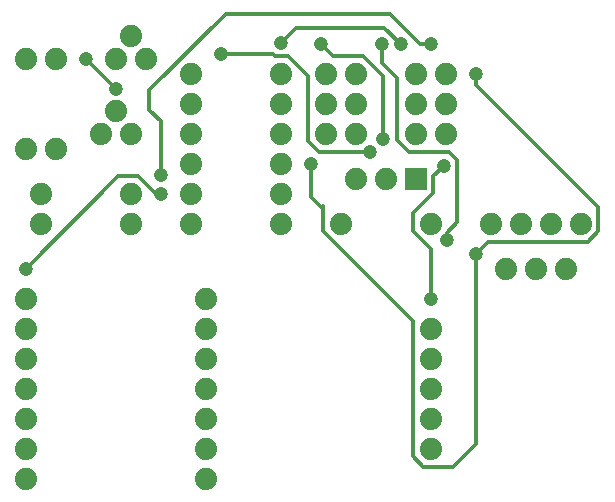
<source format=gbr>
G04 EAGLE Gerber RS-274X export*
G75*
%MOMM*%
%FSLAX34Y34*%
%LPD*%
%INBottom Copper*%
%IPPOS*%
%AMOC8*
5,1,8,0,0,1.08239X$1,22.5*%
G01*
%ADD10C,1.879600*%
%ADD11R,1.879600X1.879600*%
%ADD12C,1.206400*%
%ADD13C,0.304800*%


D10*
X495300Y241300D03*
X469900Y241300D03*
X444500Y241300D03*
X368300Y406400D03*
X393700Y406400D03*
X368300Y381000D03*
X393700Y381000D03*
X38100Y63500D03*
X38100Y88900D03*
X38100Y114300D03*
X38100Y139700D03*
X38100Y165100D03*
X38100Y190500D03*
X38100Y215900D03*
X190500Y63500D03*
X190500Y88900D03*
X190500Y114300D03*
X190500Y139700D03*
X190500Y165100D03*
X190500Y190500D03*
X190500Y215900D03*
X254000Y304800D03*
X177800Y304800D03*
X177800Y279400D03*
X254000Y279400D03*
X177800Y330200D03*
X254000Y330200D03*
X38100Y342900D03*
X38100Y419100D03*
X63500Y342900D03*
X63500Y419100D03*
X50800Y279400D03*
X50800Y304800D03*
X127000Y279400D03*
X127000Y304800D03*
X254000Y355600D03*
X177800Y355600D03*
X254000Y381000D03*
X177800Y381000D03*
X254000Y406400D03*
X177800Y406400D03*
X101600Y355600D03*
X114300Y374650D03*
X127000Y355600D03*
X114300Y419100D03*
X127000Y438150D03*
X139700Y419100D03*
D11*
X368300Y317500D03*
D10*
X342900Y317500D03*
X317500Y317500D03*
X381000Y88900D03*
X381000Y114300D03*
X381000Y139700D03*
X381000Y165100D03*
X381000Y190500D03*
X393700Y355600D03*
X368300Y355600D03*
X292100Y406400D03*
X292100Y381000D03*
X292100Y355600D03*
X508000Y279400D03*
X482600Y279400D03*
X457200Y279400D03*
X431800Y279400D03*
X317500Y355600D03*
X317500Y381000D03*
X317500Y406400D03*
X381000Y279400D03*
X304800Y279400D03*
D12*
X38100Y241300D03*
X152400Y304800D03*
D13*
X148193Y304800D01*
X133207Y319786D01*
X116586Y319786D02*
X38100Y241300D01*
X116586Y319786D02*
X133207Y319786D01*
D12*
X254000Y433006D03*
D13*
X266700Y445706D01*
X341694Y445706D01*
X355600Y431800D01*
D12*
X355600Y431800D03*
X329418Y339949D03*
D13*
X286558Y339949D01*
X277114Y349393D01*
X277114Y404479D01*
D12*
X203200Y423355D03*
D13*
X247218Y423355D01*
X249187Y421386D01*
X260207Y421386D02*
X277114Y404479D01*
X260207Y421386D02*
X249187Y421386D01*
D12*
X152400Y320928D03*
X381000Y431800D03*
D13*
X142875Y392668D02*
X142875Y376187D01*
X142875Y392668D02*
X207533Y457326D01*
X346507Y457326D01*
X152400Y366662D02*
X152400Y320928D01*
X152400Y366662D02*
X142875Y376187D01*
X372033Y431800D02*
X381000Y431800D01*
X372033Y431800D02*
X346507Y457326D01*
D12*
X88900Y419100D03*
D13*
X114300Y393700D01*
D12*
X114300Y393700D03*
X419100Y254000D03*
X419100Y406400D03*
D13*
X419100Y397433D01*
X289814Y292100D02*
X289814Y273193D01*
X289814Y292100D02*
X289814Y294386D01*
X366014Y82693D02*
X374793Y73914D01*
X366014Y196993D02*
X289814Y273193D01*
X366014Y196993D02*
X366014Y82693D01*
X399907Y73914D02*
X419100Y93107D01*
X419100Y254000D01*
X399907Y73914D02*
X374793Y73914D01*
X419100Y254000D02*
X429514Y264414D01*
X514207Y264414D02*
X522986Y273193D01*
X514207Y264414D02*
X429514Y264414D01*
X522986Y273193D02*
X522986Y293547D01*
X419100Y397433D01*
X289814Y292100D02*
X279400Y302514D01*
X279400Y330200D01*
D12*
X279400Y330200D03*
X287845Y431800D03*
X340805Y351370D03*
D13*
X298259Y421386D02*
X287845Y431800D01*
X298259Y421386D02*
X323707Y421386D01*
X340805Y404288D01*
X340805Y351370D01*
D12*
X381000Y215900D03*
X391833Y328333D03*
D13*
X383286Y319786D02*
X383286Y305787D01*
X383286Y319786D02*
X391833Y328333D01*
X381000Y258207D02*
X381000Y215900D01*
X381000Y258207D02*
X366014Y273193D01*
X366014Y288515D01*
X383286Y305787D01*
D12*
X394784Y265616D03*
X339472Y431495D03*
D13*
X396647Y339953D02*
X403453Y333147D01*
X339472Y415679D02*
X339472Y431495D01*
X394784Y271991D02*
X394784Y265616D01*
X394784Y271991D02*
X403453Y280660D01*
X403453Y333147D01*
X352425Y402726D02*
X339472Y415679D01*
X362753Y339953D02*
X396647Y339953D01*
X362753Y339953D02*
X352425Y350282D01*
X352425Y402726D01*
M02*

</source>
